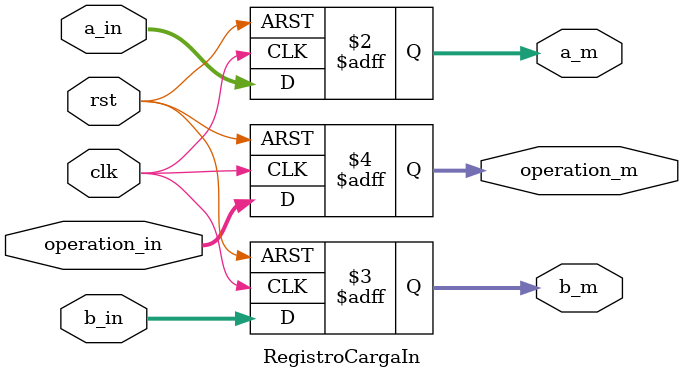
<source format=sv>
module RegistroCargaIn
#(parameter N = 4)
(
	clk, rst, a_in, b_in, operation_in, a_m, b_m, operation_m
);
	//Simulación
	input logic clk;
	input logic rst;
	
	//Registros de entrada
	input logic [N-1:0] a_in;
	input logic [N-1:0] b_in;
	input logic [3:0] operation_in;
	
	//Registros de salida intermedios
	output [N-1:0] a_m;
	output [N-1:0] b_m;
	output [3:0] operation_m;
	
	always @ (posedge clk or posedge rst)
		if (rst) begin
			a_m <= 0;
			b_m <= 0;
			operation_m <= 0;
		end
		else begin
			a_m = a_in;
			b_m = b_in;
			operation_m = operation_in;
		end
endmodule
</source>
